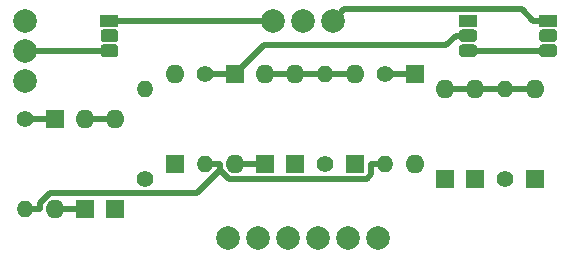
<source format=gbr>
G04 #@! TF.GenerationSoftware,KiCad,Pcbnew,(5.0.0)*
G04 #@! TF.CreationDate,2019-03-30T16:47:33+00:00*
G04 #@! TF.ProjectId,LS01,4C5330312E6B696361645F7063620000,rev?*
G04 #@! TF.SameCoordinates,Original*
G04 #@! TF.FileFunction,Copper,L1,Top,Signal*
G04 #@! TF.FilePolarity,Positive*
%FSLAX46Y46*%
G04 Gerber Fmt 4.6, Leading zero omitted, Abs format (unit mm)*
G04 Created by KiCad (PCBNEW (5.0.0)) date 03/30/19 16:47:33*
%MOMM*%
%LPD*%
G01*
G04 APERTURE LIST*
G04 #@! TA.AperFunction,ComponentPad*
%ADD10C,2.000000*%
G04 #@! TD*
G04 #@! TA.AperFunction,ComponentPad*
%ADD11C,1.400000*%
G04 #@! TD*
G04 #@! TA.AperFunction,ComponentPad*
%ADD12O,1.400000X1.400000*%
G04 #@! TD*
G04 #@! TA.AperFunction,ComponentPad*
%ADD13R,1.600000X1.600000*%
G04 #@! TD*
G04 #@! TA.AperFunction,ComponentPad*
%ADD14O,1.600000X1.600000*%
G04 #@! TD*
G04 #@! TA.AperFunction,ComponentPad*
%ADD15R,1.500000X1.050000*%
G04 #@! TD*
G04 #@! TA.AperFunction,Conductor*
%ADD16C,0.100000*%
G04 #@! TD*
G04 #@! TA.AperFunction,ComponentPad*
%ADD17C,1.050000*%
G04 #@! TD*
G04 #@! TA.AperFunction,Conductor*
%ADD18C,0.500000*%
G04 #@! TD*
G04 APERTURE END LIST*
D10*
G04 #@! TO.P,J1,13*
G04 #@! TO.N,13*
X123190000Y-39941500D03*
G04 #@! TO.P,J1,12*
G04 #@! TO.N,12*
X120650000Y-39941500D03*
G04 #@! TO.P,J1,11*
G04 #@! TO.N,11*
X118110000Y-39941500D03*
G04 #@! TO.P,J1,6*
G04 #@! TO.N,6*
X127000000Y-58356500D03*
G04 #@! TO.P,J1,5*
G04 #@! TO.N,5*
X124460000Y-58356500D03*
G04 #@! TO.P,J1,4*
G04 #@! TO.N,4*
X121920000Y-58356500D03*
G04 #@! TO.P,J1,3*
G04 #@! TO.N,3*
X119380000Y-58356500D03*
G04 #@! TO.P,J1,2*
G04 #@! TO.N,2*
X116840000Y-58356500D03*
G04 #@! TO.P,J1,1*
G04 #@! TO.N,1*
X114300000Y-58356500D03*
G04 #@! TO.P,J1,23*
G04 #@! TO.N,-6v*
X97155000Y-45021500D03*
G04 #@! TO.P,J1,22*
G04 #@! TO.N,0v*
X97155000Y-42481500D03*
G04 #@! TO.P,J1,21*
G04 #@! TO.N,+6v*
X97155000Y-39941500D03*
G04 #@! TD*
D11*
G04 #@! TO.P,R1,1*
G04 #@! TO.N,Net-(D8-Pad1)*
X97155000Y-48260000D03*
D12*
G04 #@! TO.P,R1,2*
G04 #@! TO.N,-6v*
X97155000Y-55880000D03*
G04 #@! TD*
D13*
G04 #@! TO.P,D1,1*
G04 #@! TO.N,1*
X104775000Y-55880000D03*
D14*
G04 #@! TO.P,D1,2*
G04 #@! TO.N,Net-(D1-Pad2)*
X104775000Y-48260000D03*
G04 #@! TD*
D13*
G04 #@! TO.P,D2,1*
G04 #@! TO.N,2*
X109855000Y-52070000D03*
D14*
G04 #@! TO.P,D2,2*
G04 #@! TO.N,Net-(D1-Pad2)*
X109855000Y-44450000D03*
G04 #@! TD*
D13*
G04 #@! TO.P,D3,1*
G04 #@! TO.N,3*
X120015000Y-52070000D03*
D14*
G04 #@! TO.P,D3,2*
G04 #@! TO.N,Net-(D3-Pad2)*
X120015000Y-44450000D03*
G04 #@! TD*
D13*
G04 #@! TO.P,D4,1*
G04 #@! TO.N,4*
X125095000Y-52070000D03*
D14*
G04 #@! TO.P,D4,2*
G04 #@! TO.N,Net-(D3-Pad2)*
X125095000Y-44450000D03*
G04 #@! TD*
D13*
G04 #@! TO.P,D5,1*
G04 #@! TO.N,5*
X135255000Y-53340000D03*
D14*
G04 #@! TO.P,D5,2*
G04 #@! TO.N,Net-(D11-Pad2)*
X135255000Y-45720000D03*
G04 #@! TD*
D13*
G04 #@! TO.P,D6,1*
G04 #@! TO.N,6*
X140335000Y-53340000D03*
D14*
G04 #@! TO.P,D6,2*
G04 #@! TO.N,Net-(D11-Pad2)*
X140335000Y-45720000D03*
G04 #@! TD*
D13*
G04 #@! TO.P,D7,1*
G04 #@! TO.N,Net-(D7-Pad1)*
X102235000Y-55880000D03*
D14*
G04 #@! TO.P,D7,2*
G04 #@! TO.N,Net-(D1-Pad2)*
X102235000Y-48260000D03*
G04 #@! TD*
D13*
G04 #@! TO.P,D8,1*
G04 #@! TO.N,Net-(D8-Pad1)*
X99695000Y-48260000D03*
D14*
G04 #@! TO.P,D8,2*
G04 #@! TO.N,Net-(D7-Pad1)*
X99695000Y-55880000D03*
G04 #@! TD*
D13*
G04 #@! TO.P,D9,1*
G04 #@! TO.N,Net-(D10-Pad2)*
X117475000Y-52070000D03*
D14*
G04 #@! TO.P,D9,2*
G04 #@! TO.N,Net-(D3-Pad2)*
X117475000Y-44450000D03*
G04 #@! TD*
D13*
G04 #@! TO.P,D10,1*
G04 #@! TO.N,Net-(D10-Pad1)*
X114935000Y-44450000D03*
D14*
G04 #@! TO.P,D10,2*
G04 #@! TO.N,Net-(D10-Pad2)*
X114935000Y-52070000D03*
G04 #@! TD*
D13*
G04 #@! TO.P,D11,1*
G04 #@! TO.N,Net-(D11-Pad1)*
X132715000Y-53340000D03*
D14*
G04 #@! TO.P,D11,2*
G04 #@! TO.N,Net-(D11-Pad2)*
X132715000Y-45720000D03*
G04 #@! TD*
D13*
G04 #@! TO.P,D12,1*
G04 #@! TO.N,Net-(D12-Pad1)*
X130175000Y-44450000D03*
D14*
G04 #@! TO.P,D12,2*
G04 #@! TO.N,Net-(D11-Pad1)*
X130175000Y-52070000D03*
G04 #@! TD*
D11*
G04 #@! TO.P,R2,1*
G04 #@! TO.N,+6v*
X107315000Y-53340000D03*
D12*
G04 #@! TO.P,R2,2*
G04 #@! TO.N,Net-(D1-Pad2)*
X107315000Y-45720000D03*
G04 #@! TD*
D11*
G04 #@! TO.P,R3,1*
G04 #@! TO.N,Net-(D10-Pad1)*
X112395000Y-44450000D03*
D12*
G04 #@! TO.P,R3,2*
G04 #@! TO.N,-6v*
X112395000Y-52070000D03*
G04 #@! TD*
D11*
G04 #@! TO.P,R4,1*
G04 #@! TO.N,+6v*
X122555000Y-52070000D03*
D12*
G04 #@! TO.P,R4,2*
G04 #@! TO.N,Net-(D3-Pad2)*
X122555000Y-44450000D03*
G04 #@! TD*
D11*
G04 #@! TO.P,R5,1*
G04 #@! TO.N,Net-(D12-Pad1)*
X127635000Y-44450000D03*
D12*
G04 #@! TO.P,R5,2*
G04 #@! TO.N,-6v*
X127635000Y-52070000D03*
G04 #@! TD*
D11*
G04 #@! TO.P,R6,1*
G04 #@! TO.N,+6v*
X137795000Y-53340000D03*
D12*
G04 #@! TO.P,R6,2*
G04 #@! TO.N,Net-(D11-Pad2)*
X137795000Y-45720000D03*
G04 #@! TD*
D15*
G04 #@! TO.P,VT1,3*
G04 #@! TO.N,11*
X104267000Y-39941500D03*
D16*
G04 #@! TD*
G04 #@! TO.N,0v*
G04 #@! TO.C,VT1*
G36*
X104780229Y-41957764D02*
X104805711Y-41961544D01*
X104830700Y-41967803D01*
X104854954Y-41976482D01*
X104878242Y-41987496D01*
X104900337Y-42000739D01*
X104921028Y-42016085D01*
X104940116Y-42033384D01*
X104957415Y-42052472D01*
X104972761Y-42073163D01*
X104986004Y-42095258D01*
X104997018Y-42118546D01*
X105005697Y-42142800D01*
X105011956Y-42167789D01*
X105015736Y-42193271D01*
X105017000Y-42219000D01*
X105017000Y-42744000D01*
X105015736Y-42769729D01*
X105011956Y-42795211D01*
X105005697Y-42820200D01*
X104997018Y-42844454D01*
X104986004Y-42867742D01*
X104972761Y-42889837D01*
X104957415Y-42910528D01*
X104940116Y-42929616D01*
X104921028Y-42946915D01*
X104900337Y-42962261D01*
X104878242Y-42975504D01*
X104854954Y-42986518D01*
X104830700Y-42995197D01*
X104805711Y-43001456D01*
X104780229Y-43005236D01*
X104754500Y-43006500D01*
X103779500Y-43006500D01*
X103753771Y-43005236D01*
X103728289Y-43001456D01*
X103703300Y-42995197D01*
X103679046Y-42986518D01*
X103655758Y-42975504D01*
X103633663Y-42962261D01*
X103612972Y-42946915D01*
X103593884Y-42929616D01*
X103576585Y-42910528D01*
X103561239Y-42889837D01*
X103547996Y-42867742D01*
X103536982Y-42844454D01*
X103528303Y-42820200D01*
X103522044Y-42795211D01*
X103518264Y-42769729D01*
X103517000Y-42744000D01*
X103517000Y-42219000D01*
X103518264Y-42193271D01*
X103522044Y-42167789D01*
X103528303Y-42142800D01*
X103536982Y-42118546D01*
X103547996Y-42095258D01*
X103561239Y-42073163D01*
X103576585Y-42052472D01*
X103593884Y-42033384D01*
X103612972Y-42016085D01*
X103633663Y-42000739D01*
X103655758Y-41987496D01*
X103679046Y-41976482D01*
X103703300Y-41967803D01*
X103728289Y-41961544D01*
X103753771Y-41957764D01*
X103779500Y-41956500D01*
X104754500Y-41956500D01*
X104780229Y-41957764D01*
X104780229Y-41957764D01*
G37*
D17*
G04 #@! TO.P,VT1,1*
G04 #@! TO.N,0v*
X104267000Y-42481500D03*
D16*
G04 #@! TD*
G04 #@! TO.N,Net-(D8-Pad1)*
G04 #@! TO.C,VT1*
G36*
X104780229Y-40687764D02*
X104805711Y-40691544D01*
X104830700Y-40697803D01*
X104854954Y-40706482D01*
X104878242Y-40717496D01*
X104900337Y-40730739D01*
X104921028Y-40746085D01*
X104940116Y-40763384D01*
X104957415Y-40782472D01*
X104972761Y-40803163D01*
X104986004Y-40825258D01*
X104997018Y-40848546D01*
X105005697Y-40872800D01*
X105011956Y-40897789D01*
X105015736Y-40923271D01*
X105017000Y-40949000D01*
X105017000Y-41474000D01*
X105015736Y-41499729D01*
X105011956Y-41525211D01*
X105005697Y-41550200D01*
X104997018Y-41574454D01*
X104986004Y-41597742D01*
X104972761Y-41619837D01*
X104957415Y-41640528D01*
X104940116Y-41659616D01*
X104921028Y-41676915D01*
X104900337Y-41692261D01*
X104878242Y-41705504D01*
X104854954Y-41716518D01*
X104830700Y-41725197D01*
X104805711Y-41731456D01*
X104780229Y-41735236D01*
X104754500Y-41736500D01*
X103779500Y-41736500D01*
X103753771Y-41735236D01*
X103728289Y-41731456D01*
X103703300Y-41725197D01*
X103679046Y-41716518D01*
X103655758Y-41705504D01*
X103633663Y-41692261D01*
X103612972Y-41676915D01*
X103593884Y-41659616D01*
X103576585Y-41640528D01*
X103561239Y-41619837D01*
X103547996Y-41597742D01*
X103536982Y-41574454D01*
X103528303Y-41550200D01*
X103522044Y-41525211D01*
X103518264Y-41499729D01*
X103517000Y-41474000D01*
X103517000Y-40949000D01*
X103518264Y-40923271D01*
X103522044Y-40897789D01*
X103528303Y-40872800D01*
X103536982Y-40848546D01*
X103547996Y-40825258D01*
X103561239Y-40803163D01*
X103576585Y-40782472D01*
X103593884Y-40763384D01*
X103612972Y-40746085D01*
X103633663Y-40730739D01*
X103655758Y-40717496D01*
X103679046Y-40706482D01*
X103703300Y-40697803D01*
X103728289Y-40691544D01*
X103753771Y-40687764D01*
X103779500Y-40686500D01*
X104754500Y-40686500D01*
X104780229Y-40687764D01*
X104780229Y-40687764D01*
G37*
D17*
G04 #@! TO.P,VT1,2*
G04 #@! TO.N,Net-(D8-Pad1)*
X104267000Y-41211500D03*
G04 #@! TD*
D15*
G04 #@! TO.P,VT2,3*
G04 #@! TO.N,12*
X134620000Y-39941500D03*
D16*
G04 #@! TD*
G04 #@! TO.N,0v*
G04 #@! TO.C,VT2*
G36*
X135133229Y-41957764D02*
X135158711Y-41961544D01*
X135183700Y-41967803D01*
X135207954Y-41976482D01*
X135231242Y-41987496D01*
X135253337Y-42000739D01*
X135274028Y-42016085D01*
X135293116Y-42033384D01*
X135310415Y-42052472D01*
X135325761Y-42073163D01*
X135339004Y-42095258D01*
X135350018Y-42118546D01*
X135358697Y-42142800D01*
X135364956Y-42167789D01*
X135368736Y-42193271D01*
X135370000Y-42219000D01*
X135370000Y-42744000D01*
X135368736Y-42769729D01*
X135364956Y-42795211D01*
X135358697Y-42820200D01*
X135350018Y-42844454D01*
X135339004Y-42867742D01*
X135325761Y-42889837D01*
X135310415Y-42910528D01*
X135293116Y-42929616D01*
X135274028Y-42946915D01*
X135253337Y-42962261D01*
X135231242Y-42975504D01*
X135207954Y-42986518D01*
X135183700Y-42995197D01*
X135158711Y-43001456D01*
X135133229Y-43005236D01*
X135107500Y-43006500D01*
X134132500Y-43006500D01*
X134106771Y-43005236D01*
X134081289Y-43001456D01*
X134056300Y-42995197D01*
X134032046Y-42986518D01*
X134008758Y-42975504D01*
X133986663Y-42962261D01*
X133965972Y-42946915D01*
X133946884Y-42929616D01*
X133929585Y-42910528D01*
X133914239Y-42889837D01*
X133900996Y-42867742D01*
X133889982Y-42844454D01*
X133881303Y-42820200D01*
X133875044Y-42795211D01*
X133871264Y-42769729D01*
X133870000Y-42744000D01*
X133870000Y-42219000D01*
X133871264Y-42193271D01*
X133875044Y-42167789D01*
X133881303Y-42142800D01*
X133889982Y-42118546D01*
X133900996Y-42095258D01*
X133914239Y-42073163D01*
X133929585Y-42052472D01*
X133946884Y-42033384D01*
X133965972Y-42016085D01*
X133986663Y-42000739D01*
X134008758Y-41987496D01*
X134032046Y-41976482D01*
X134056300Y-41967803D01*
X134081289Y-41961544D01*
X134106771Y-41957764D01*
X134132500Y-41956500D01*
X135107500Y-41956500D01*
X135133229Y-41957764D01*
X135133229Y-41957764D01*
G37*
D17*
G04 #@! TO.P,VT2,1*
G04 #@! TO.N,0v*
X134620000Y-42481500D03*
D16*
G04 #@! TD*
G04 #@! TO.N,Net-(D10-Pad1)*
G04 #@! TO.C,VT2*
G36*
X135133229Y-40687764D02*
X135158711Y-40691544D01*
X135183700Y-40697803D01*
X135207954Y-40706482D01*
X135231242Y-40717496D01*
X135253337Y-40730739D01*
X135274028Y-40746085D01*
X135293116Y-40763384D01*
X135310415Y-40782472D01*
X135325761Y-40803163D01*
X135339004Y-40825258D01*
X135350018Y-40848546D01*
X135358697Y-40872800D01*
X135364956Y-40897789D01*
X135368736Y-40923271D01*
X135370000Y-40949000D01*
X135370000Y-41474000D01*
X135368736Y-41499729D01*
X135364956Y-41525211D01*
X135358697Y-41550200D01*
X135350018Y-41574454D01*
X135339004Y-41597742D01*
X135325761Y-41619837D01*
X135310415Y-41640528D01*
X135293116Y-41659616D01*
X135274028Y-41676915D01*
X135253337Y-41692261D01*
X135231242Y-41705504D01*
X135207954Y-41716518D01*
X135183700Y-41725197D01*
X135158711Y-41731456D01*
X135133229Y-41735236D01*
X135107500Y-41736500D01*
X134132500Y-41736500D01*
X134106771Y-41735236D01*
X134081289Y-41731456D01*
X134056300Y-41725197D01*
X134032046Y-41716518D01*
X134008758Y-41705504D01*
X133986663Y-41692261D01*
X133965972Y-41676915D01*
X133946884Y-41659616D01*
X133929585Y-41640528D01*
X133914239Y-41619837D01*
X133900996Y-41597742D01*
X133889982Y-41574454D01*
X133881303Y-41550200D01*
X133875044Y-41525211D01*
X133871264Y-41499729D01*
X133870000Y-41474000D01*
X133870000Y-40949000D01*
X133871264Y-40923271D01*
X133875044Y-40897789D01*
X133881303Y-40872800D01*
X133889982Y-40848546D01*
X133900996Y-40825258D01*
X133914239Y-40803163D01*
X133929585Y-40782472D01*
X133946884Y-40763384D01*
X133965972Y-40746085D01*
X133986663Y-40730739D01*
X134008758Y-40717496D01*
X134032046Y-40706482D01*
X134056300Y-40697803D01*
X134081289Y-40691544D01*
X134106771Y-40687764D01*
X134132500Y-40686500D01*
X135107500Y-40686500D01*
X135133229Y-40687764D01*
X135133229Y-40687764D01*
G37*
D17*
G04 #@! TO.P,VT2,2*
G04 #@! TO.N,Net-(D10-Pad1)*
X134620000Y-41211500D03*
G04 #@! TD*
D15*
G04 #@! TO.P,VT3,3*
G04 #@! TO.N,13*
X141414000Y-39941500D03*
D16*
G04 #@! TD*
G04 #@! TO.N,0v*
G04 #@! TO.C,VT3*
G36*
X141927229Y-41957764D02*
X141952711Y-41961544D01*
X141977700Y-41967803D01*
X142001954Y-41976482D01*
X142025242Y-41987496D01*
X142047337Y-42000739D01*
X142068028Y-42016085D01*
X142087116Y-42033384D01*
X142104415Y-42052472D01*
X142119761Y-42073163D01*
X142133004Y-42095258D01*
X142144018Y-42118546D01*
X142152697Y-42142800D01*
X142158956Y-42167789D01*
X142162736Y-42193271D01*
X142164000Y-42219000D01*
X142164000Y-42744000D01*
X142162736Y-42769729D01*
X142158956Y-42795211D01*
X142152697Y-42820200D01*
X142144018Y-42844454D01*
X142133004Y-42867742D01*
X142119761Y-42889837D01*
X142104415Y-42910528D01*
X142087116Y-42929616D01*
X142068028Y-42946915D01*
X142047337Y-42962261D01*
X142025242Y-42975504D01*
X142001954Y-42986518D01*
X141977700Y-42995197D01*
X141952711Y-43001456D01*
X141927229Y-43005236D01*
X141901500Y-43006500D01*
X140926500Y-43006500D01*
X140900771Y-43005236D01*
X140875289Y-43001456D01*
X140850300Y-42995197D01*
X140826046Y-42986518D01*
X140802758Y-42975504D01*
X140780663Y-42962261D01*
X140759972Y-42946915D01*
X140740884Y-42929616D01*
X140723585Y-42910528D01*
X140708239Y-42889837D01*
X140694996Y-42867742D01*
X140683982Y-42844454D01*
X140675303Y-42820200D01*
X140669044Y-42795211D01*
X140665264Y-42769729D01*
X140664000Y-42744000D01*
X140664000Y-42219000D01*
X140665264Y-42193271D01*
X140669044Y-42167789D01*
X140675303Y-42142800D01*
X140683982Y-42118546D01*
X140694996Y-42095258D01*
X140708239Y-42073163D01*
X140723585Y-42052472D01*
X140740884Y-42033384D01*
X140759972Y-42016085D01*
X140780663Y-42000739D01*
X140802758Y-41987496D01*
X140826046Y-41976482D01*
X140850300Y-41967803D01*
X140875289Y-41961544D01*
X140900771Y-41957764D01*
X140926500Y-41956500D01*
X141901500Y-41956500D01*
X141927229Y-41957764D01*
X141927229Y-41957764D01*
G37*
D17*
G04 #@! TO.P,VT3,1*
G04 #@! TO.N,0v*
X141414000Y-42481500D03*
D16*
G04 #@! TD*
G04 #@! TO.N,Net-(D12-Pad1)*
G04 #@! TO.C,VT3*
G36*
X141927229Y-40687764D02*
X141952711Y-40691544D01*
X141977700Y-40697803D01*
X142001954Y-40706482D01*
X142025242Y-40717496D01*
X142047337Y-40730739D01*
X142068028Y-40746085D01*
X142087116Y-40763384D01*
X142104415Y-40782472D01*
X142119761Y-40803163D01*
X142133004Y-40825258D01*
X142144018Y-40848546D01*
X142152697Y-40872800D01*
X142158956Y-40897789D01*
X142162736Y-40923271D01*
X142164000Y-40949000D01*
X142164000Y-41474000D01*
X142162736Y-41499729D01*
X142158956Y-41525211D01*
X142152697Y-41550200D01*
X142144018Y-41574454D01*
X142133004Y-41597742D01*
X142119761Y-41619837D01*
X142104415Y-41640528D01*
X142087116Y-41659616D01*
X142068028Y-41676915D01*
X142047337Y-41692261D01*
X142025242Y-41705504D01*
X142001954Y-41716518D01*
X141977700Y-41725197D01*
X141952711Y-41731456D01*
X141927229Y-41735236D01*
X141901500Y-41736500D01*
X140926500Y-41736500D01*
X140900771Y-41735236D01*
X140875289Y-41731456D01*
X140850300Y-41725197D01*
X140826046Y-41716518D01*
X140802758Y-41705504D01*
X140780663Y-41692261D01*
X140759972Y-41676915D01*
X140740884Y-41659616D01*
X140723585Y-41640528D01*
X140708239Y-41619837D01*
X140694996Y-41597742D01*
X140683982Y-41574454D01*
X140675303Y-41550200D01*
X140669044Y-41525211D01*
X140665264Y-41499729D01*
X140664000Y-41474000D01*
X140664000Y-40949000D01*
X140665264Y-40923271D01*
X140669044Y-40897789D01*
X140675303Y-40872800D01*
X140683982Y-40848546D01*
X140694996Y-40825258D01*
X140708239Y-40803163D01*
X140723585Y-40782472D01*
X140740884Y-40763384D01*
X140759972Y-40746085D01*
X140780663Y-40730739D01*
X140802758Y-40717496D01*
X140826046Y-40706482D01*
X140850300Y-40697803D01*
X140875289Y-40691544D01*
X140900771Y-40687764D01*
X140926500Y-40686500D01*
X141901500Y-40686500D01*
X141927229Y-40687764D01*
X141927229Y-40687764D01*
G37*
D17*
G04 #@! TO.P,VT3,2*
G04 #@! TO.N,Net-(D12-Pad1)*
X141414000Y-41211500D03*
G04 #@! TD*
D18*
G04 #@! TO.N,Net-(D1-Pad2)*
X102235000Y-48260000D02*
X104775000Y-48260000D01*
G04 #@! TO.N,Net-(D3-Pad2)*
X120015000Y-44450000D02*
X122555000Y-44450000D01*
X117475000Y-44450000D02*
X120015000Y-44450000D01*
X125095000Y-44450000D02*
X122555000Y-44450000D01*
G04 #@! TO.N,Net-(D11-Pad2)*
X135255000Y-45720000D02*
X137795000Y-45720000D01*
X132715000Y-45720000D02*
X135255000Y-45720000D01*
X140335000Y-45720000D02*
X137795000Y-45720000D01*
G04 #@! TO.N,Net-(D7-Pad1)*
X99695000Y-55880000D02*
X102235000Y-55880000D01*
G04 #@! TO.N,Net-(D8-Pad1)*
X99695000Y-48260000D02*
X97155000Y-48260000D01*
G04 #@! TO.N,Net-(D10-Pad2)*
X114935000Y-52070000D02*
X117475000Y-52070000D01*
G04 #@! TO.N,Net-(D10-Pad1)*
X114935000Y-44450000D02*
X112395000Y-44450000D01*
X134620000Y-41211500D02*
X133599000Y-41211500D01*
X133599000Y-41211500D02*
X132790900Y-42019600D01*
X132790900Y-42019600D02*
X117365400Y-42019600D01*
X117365400Y-42019600D02*
X114935000Y-44450000D01*
G04 #@! TO.N,Net-(D12-Pad1)*
X130175000Y-44450000D02*
X127635000Y-44450000D01*
G04 #@! TO.N,-6v*
X113595000Y-52567200D02*
X113595000Y-52070000D01*
X126435000Y-52070000D02*
X126435000Y-52970000D01*
X126435000Y-52970000D02*
X126081700Y-53323300D01*
X126081700Y-53323300D02*
X114351100Y-53323300D01*
X114351100Y-53323300D02*
X113595000Y-52567200D01*
X113595000Y-52567200D02*
X111662300Y-54499900D01*
X111662300Y-54499900D02*
X99237900Y-54499900D01*
X99237900Y-54499900D02*
X98355000Y-55382800D01*
X98355000Y-55382800D02*
X98355000Y-55880000D01*
X97155000Y-55880000D02*
X98355000Y-55880000D01*
X112395000Y-52070000D02*
X113595000Y-52070000D01*
X127635000Y-52070000D02*
X126435000Y-52070000D01*
G04 #@! TO.N,13*
X141414000Y-39941500D02*
X140164000Y-39941500D01*
X140164000Y-39941500D02*
X139188600Y-38966100D01*
X139188600Y-38966100D02*
X124165400Y-38966100D01*
X124165400Y-38966100D02*
X123190000Y-39941500D01*
G04 #@! TO.N,11*
X104267000Y-39941500D02*
X118110000Y-39941500D01*
G04 #@! TO.N,0v*
X104267000Y-42481500D02*
X97155000Y-42481500D01*
X141414000Y-42481500D02*
X134620000Y-42481500D01*
G04 #@! TD*
M02*

</source>
